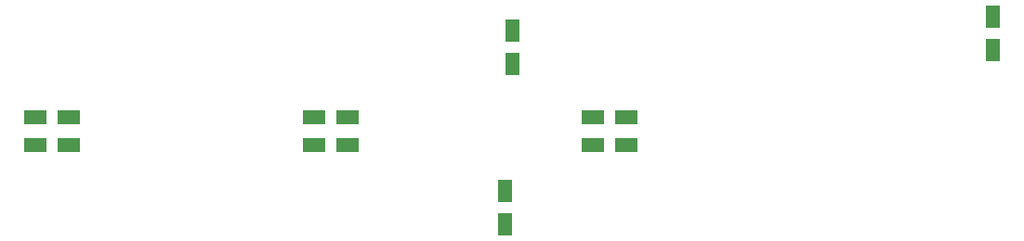
<source format=gbr>
G04 start of page 11 for group -4014 idx -4014 *
G04 Title: (unknown), bottompaste *
G04 Creator: pcb 20140316 *
G04 CreationDate: Tue 28 Aug 2018 05:55:18 PM GMT UTC *
G04 For: thomasc *
G04 Format: Gerber/RS-274X *
G04 PCB-Dimensions (mil): 5000.00 1250.00 *
G04 PCB-Coordinate-Origin: lower left *
%MOIN*%
%FSLAX25Y25*%
%LNBOTTOMPASTE*%
%ADD65R,0.0500X0.0500*%
G54D65*X20000Y57500D02*X23000D01*
X32000D02*X35000D01*
X20000Y67500D02*X23000D01*
X32000D02*X35000D01*
X120000Y57500D02*X123000D01*
X132000D02*X135000D01*
X120000Y67500D02*X123000D01*
X132000D02*X135000D01*
X220000Y57500D02*X223000D01*
X232000D02*X235000D01*
X220000Y67500D02*X223000D01*
X232000D02*X235000D01*
X365000Y105000D02*Y102000D01*
Y93000D02*Y90000D01*
X192500Y100000D02*Y97000D01*
Y88000D02*Y85000D01*
X190000Y42500D02*Y39500D01*
Y30500D02*Y27500D01*
M02*

</source>
